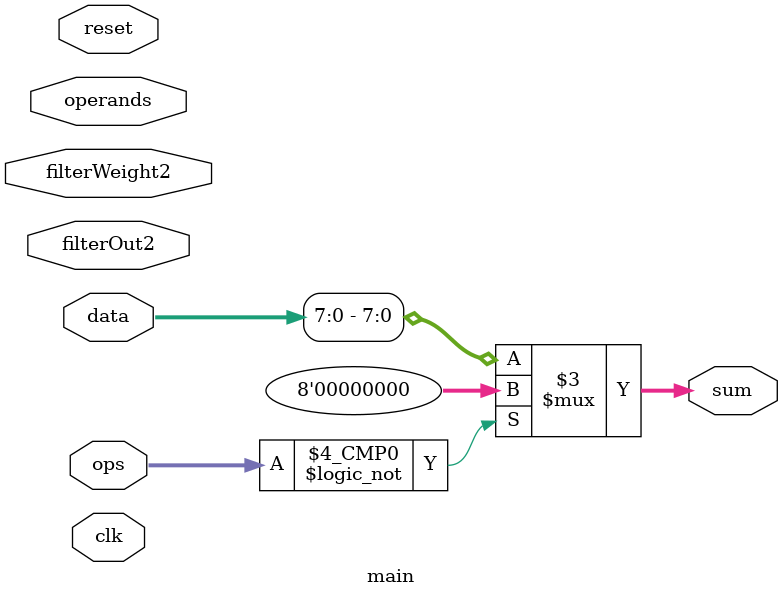
<source format=v>
`timescale 1ns / 1ps


//7-bit
module main(clk,reset,ops,filterWeight2,filterOut2,operands,data,sum);
input clk,reset;
input [1:0] ops;

input [63:0] filterWeight2;     //4-bit
input [63:0] filterOut2;        //4-bit

input [71:0] operands;          //9*8-bit
input [63:0] data;      

output [7:0] sum;
reg [7:0] sum;

wire [63:0] computeOut2;        //4-bit

wire [16:0] addOut;
wire [7:0] maxOut;
wire [7:0] avgOut;

//computation
mul mul1(.clk(clk),.filterOut2(filterOut2),.computeOut2(computeOut2));

//original_add original_add1(clk,reset,filterWeight2,filterWeight3,computeOut2,computeOut3,addOut);
//concatAdd concatAdd1(.clk(clk),.reset(reset),.computeOut2(computeOut2),.filterWeight2(filterWeight2),.addOut(addOut));

//max pooling
//maxpooling maxpooling1(.clk(clk),.operands(operands),.maxOut(maxOut));

//average pooling
//avgpooling avgpooling1(.clk(clk),.operands(operands),.avgOut(avgOut));

always@(*)
begin
   case(ops)
      2'b00:  sum<=0;
//      2'b00:  sum<=addOut[15:8];
//      2'b01:  sum<=maxOut;
//      2'b10:  sum<=avgOut;
      default:  sum<=data;
   endcase
end


endmodule

</source>
